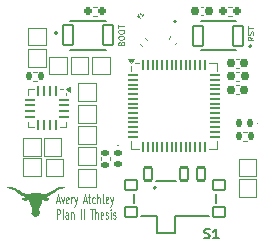
<source format=gto>
%TF.GenerationSoftware,KiCad,Pcbnew,8.0.3*%
%TF.CreationDate,2025-03-09T13:34:34-05:00*%
%TF.ProjectId,HearingAid_RightV3,48656172-696e-4674-9169-645f52696768,rev?*%
%TF.SameCoordinates,Original*%
%TF.FileFunction,Legend,Top*%
%TF.FilePolarity,Positive*%
%FSLAX46Y46*%
G04 Gerber Fmt 4.6, Leading zero omitted, Abs format (unit mm)*
G04 Created by KiCad (PCBNEW 8.0.3) date 2025-03-09 13:34:34*
%MOMM*%
%LPD*%
G01*
G04 APERTURE LIST*
G04 Aperture macros list*
%AMRoundRect*
0 Rectangle with rounded corners*
0 $1 Rounding radius*
0 $2 $3 $4 $5 $6 $7 $8 $9 X,Y pos of 4 corners*
0 Add a 4 corners polygon primitive as box body*
4,1,4,$2,$3,$4,$5,$6,$7,$8,$9,$2,$3,0*
0 Add four circle primitives for the rounded corners*
1,1,$1+$1,$2,$3*
1,1,$1+$1,$4,$5*
1,1,$1+$1,$6,$7*
1,1,$1+$1,$8,$9*
0 Add four rect primitives between the rounded corners*
20,1,$1+$1,$2,$3,$4,$5,0*
20,1,$1+$1,$4,$5,$6,$7,0*
20,1,$1+$1,$6,$7,$8,$9,0*
20,1,$1+$1,$8,$9,$2,$3,0*%
G04 Aperture macros list end*
%ADD10C,0.080000*%
%ADD11C,0.125000*%
%ADD12C,0.150000*%
%ADD13C,0.100000*%
%ADD14C,0.120000*%
%ADD15C,0.127000*%
%ADD16C,0.200000*%
%ADD17C,0.000000*%
%ADD18R,1.000000X1.000000*%
%ADD19RoundRect,0.135000X-0.135000X-0.185000X0.135000X-0.185000X0.135000X0.185000X-0.135000X0.185000X0*%
%ADD20RoundRect,0.062500X-0.062500X0.350000X-0.062500X-0.350000X0.062500X-0.350000X0.062500X0.350000X0*%
%ADD21RoundRect,0.062500X-0.350000X0.062500X-0.350000X-0.062500X0.350000X-0.062500X0.350000X0.062500X0*%
%ADD22R,1.230000X1.230000*%
%ADD23RoundRect,0.102000X-0.400000X-0.850000X0.400000X-0.850000X0.400000X0.850000X-0.400000X0.850000X0*%
%ADD24RoundRect,0.155000X0.023164X0.262001X-0.256555X-0.057970X-0.023164X-0.262001X0.256555X0.057970X0*%
%ADD25RoundRect,0.160000X0.197500X0.160000X-0.197500X0.160000X-0.197500X-0.160000X0.197500X-0.160000X0*%
%ADD26RoundRect,0.147500X0.147500X0.172500X-0.147500X0.172500X-0.147500X-0.172500X0.147500X-0.172500X0*%
%ADD27RoundRect,0.102000X0.350000X0.550000X-0.350000X0.550000X-0.350000X-0.550000X0.350000X-0.550000X0*%
%ADD28RoundRect,0.102000X0.500000X0.400000X-0.500000X0.400000X-0.500000X-0.400000X0.500000X-0.400000X0*%
%ADD29RoundRect,0.155000X0.212500X0.155000X-0.212500X0.155000X-0.212500X-0.155000X0.212500X-0.155000X0*%
%ADD30RoundRect,0.050000X-0.350000X-0.050000X0.350000X-0.050000X0.350000X0.050000X-0.350000X0.050000X0*%
%ADD31RoundRect,0.050000X-0.050000X-0.350000X0.050000X-0.350000X0.050000X0.350000X-0.050000X0.350000X0*%
%ADD32R,4.000000X4.000000*%
%ADD33RoundRect,0.155000X-0.212500X-0.155000X0.212500X-0.155000X0.212500X0.155000X-0.212500X0.155000X0*%
%ADD34RoundRect,0.102000X0.400000X0.850000X-0.400000X0.850000X-0.400000X-0.850000X0.400000X-0.850000X0*%
%ADD35RoundRect,0.135000X0.135000X0.185000X-0.135000X0.185000X-0.135000X-0.185000X0.135000X-0.185000X0*%
%ADD36RoundRect,0.160000X-0.197500X-0.160000X0.197500X-0.160000X0.197500X0.160000X-0.197500X0.160000X0*%
%ADD37RoundRect,0.147500X-0.172500X0.147500X-0.172500X-0.147500X0.172500X-0.147500X0.172500X0.147500X0*%
%ADD38RoundRect,0.135000X0.185000X-0.135000X0.185000X0.135000X-0.185000X0.135000X-0.185000X-0.135000X0*%
%ADD39RoundRect,0.102000X-0.061580X0.509247X-0.512280X-0.026355X0.061580X-0.509247X0.512280X0.026355X0*%
%ADD40RoundRect,0.155000X-0.262417X0.017855X0.063152X-0.255329X0.262417X-0.017855X-0.063152X0.255329X0*%
G04 APERTURE END LIST*
D10*
X108187438Y-78171317D02*
X108425533Y-78171317D01*
X108139819Y-78399889D02*
X108306485Y-77599889D01*
X108306485Y-77599889D02*
X108473152Y-78399889D01*
X108592199Y-77866555D02*
X108711247Y-78399889D01*
X108711247Y-78399889D02*
X108830294Y-77866555D01*
X109211246Y-78361794D02*
X109163627Y-78399889D01*
X109163627Y-78399889D02*
X109068389Y-78399889D01*
X109068389Y-78399889D02*
X109020770Y-78361794D01*
X109020770Y-78361794D02*
X108996961Y-78285603D01*
X108996961Y-78285603D02*
X108996961Y-77980841D01*
X108996961Y-77980841D02*
X109020770Y-77904651D01*
X109020770Y-77904651D02*
X109068389Y-77866555D01*
X109068389Y-77866555D02*
X109163627Y-77866555D01*
X109163627Y-77866555D02*
X109211246Y-77904651D01*
X109211246Y-77904651D02*
X109235056Y-77980841D01*
X109235056Y-77980841D02*
X109235056Y-78057032D01*
X109235056Y-78057032D02*
X108996961Y-78133222D01*
X109449341Y-78399889D02*
X109449341Y-77866555D01*
X109449341Y-78018936D02*
X109473151Y-77942746D01*
X109473151Y-77942746D02*
X109496960Y-77904651D01*
X109496960Y-77904651D02*
X109544579Y-77866555D01*
X109544579Y-77866555D02*
X109592198Y-77866555D01*
X109711246Y-77866555D02*
X109830294Y-78399889D01*
X109949341Y-77866555D02*
X109830294Y-78399889D01*
X109830294Y-78399889D02*
X109782675Y-78590365D01*
X109782675Y-78590365D02*
X109758865Y-78628460D01*
X109758865Y-78628460D02*
X109711246Y-78666555D01*
X110496960Y-78171317D02*
X110735055Y-78171317D01*
X110449341Y-78399889D02*
X110616007Y-77599889D01*
X110616007Y-77599889D02*
X110782674Y-78399889D01*
X110877912Y-77866555D02*
X111068388Y-77866555D01*
X110949340Y-77599889D02*
X110949340Y-78285603D01*
X110949340Y-78285603D02*
X110973150Y-78361794D01*
X110973150Y-78361794D02*
X111020769Y-78399889D01*
X111020769Y-78399889D02*
X111068388Y-78399889D01*
X111449340Y-78361794D02*
X111401721Y-78399889D01*
X111401721Y-78399889D02*
X111306483Y-78399889D01*
X111306483Y-78399889D02*
X111258864Y-78361794D01*
X111258864Y-78361794D02*
X111235054Y-78323698D01*
X111235054Y-78323698D02*
X111211245Y-78247508D01*
X111211245Y-78247508D02*
X111211245Y-78018936D01*
X111211245Y-78018936D02*
X111235054Y-77942746D01*
X111235054Y-77942746D02*
X111258864Y-77904651D01*
X111258864Y-77904651D02*
X111306483Y-77866555D01*
X111306483Y-77866555D02*
X111401721Y-77866555D01*
X111401721Y-77866555D02*
X111449340Y-77904651D01*
X111663625Y-78399889D02*
X111663625Y-77599889D01*
X111877911Y-78399889D02*
X111877911Y-77980841D01*
X111877911Y-77980841D02*
X111854101Y-77904651D01*
X111854101Y-77904651D02*
X111806482Y-77866555D01*
X111806482Y-77866555D02*
X111735054Y-77866555D01*
X111735054Y-77866555D02*
X111687435Y-77904651D01*
X111687435Y-77904651D02*
X111663625Y-77942746D01*
X112187435Y-78399889D02*
X112139816Y-78361794D01*
X112139816Y-78361794D02*
X112116006Y-78285603D01*
X112116006Y-78285603D02*
X112116006Y-77599889D01*
X112568387Y-78361794D02*
X112520768Y-78399889D01*
X112520768Y-78399889D02*
X112425530Y-78399889D01*
X112425530Y-78399889D02*
X112377911Y-78361794D01*
X112377911Y-78361794D02*
X112354102Y-78285603D01*
X112354102Y-78285603D02*
X112354102Y-77980841D01*
X112354102Y-77980841D02*
X112377911Y-77904651D01*
X112377911Y-77904651D02*
X112425530Y-77866555D01*
X112425530Y-77866555D02*
X112520768Y-77866555D01*
X112520768Y-77866555D02*
X112568387Y-77904651D01*
X112568387Y-77904651D02*
X112592197Y-77980841D01*
X112592197Y-77980841D02*
X112592197Y-78057032D01*
X112592197Y-78057032D02*
X112354102Y-78133222D01*
X112758863Y-77866555D02*
X112877911Y-78399889D01*
X112996958Y-77866555D02*
X112877911Y-78399889D01*
X112877911Y-78399889D02*
X112830292Y-78590365D01*
X112830292Y-78590365D02*
X112806482Y-78628460D01*
X112806482Y-78628460D02*
X112758863Y-78666555D01*
X108211247Y-79687844D02*
X108211247Y-78887844D01*
X108211247Y-78887844D02*
X108401723Y-78887844D01*
X108401723Y-78887844D02*
X108449342Y-78925939D01*
X108449342Y-78925939D02*
X108473152Y-78964034D01*
X108473152Y-78964034D02*
X108496961Y-79040225D01*
X108496961Y-79040225D02*
X108496961Y-79154510D01*
X108496961Y-79154510D02*
X108473152Y-79230701D01*
X108473152Y-79230701D02*
X108449342Y-79268796D01*
X108449342Y-79268796D02*
X108401723Y-79306891D01*
X108401723Y-79306891D02*
X108211247Y-79306891D01*
X108782676Y-79687844D02*
X108735057Y-79649749D01*
X108735057Y-79649749D02*
X108711247Y-79573558D01*
X108711247Y-79573558D02*
X108711247Y-78887844D01*
X109187438Y-79687844D02*
X109187438Y-79268796D01*
X109187438Y-79268796D02*
X109163628Y-79192606D01*
X109163628Y-79192606D02*
X109116009Y-79154510D01*
X109116009Y-79154510D02*
X109020771Y-79154510D01*
X109020771Y-79154510D02*
X108973152Y-79192606D01*
X109187438Y-79649749D02*
X109139819Y-79687844D01*
X109139819Y-79687844D02*
X109020771Y-79687844D01*
X109020771Y-79687844D02*
X108973152Y-79649749D01*
X108973152Y-79649749D02*
X108949343Y-79573558D01*
X108949343Y-79573558D02*
X108949343Y-79497368D01*
X108949343Y-79497368D02*
X108973152Y-79421177D01*
X108973152Y-79421177D02*
X109020771Y-79383082D01*
X109020771Y-79383082D02*
X109139819Y-79383082D01*
X109139819Y-79383082D02*
X109187438Y-79344987D01*
X109425533Y-79154510D02*
X109425533Y-79687844D01*
X109425533Y-79230701D02*
X109449343Y-79192606D01*
X109449343Y-79192606D02*
X109496962Y-79154510D01*
X109496962Y-79154510D02*
X109568390Y-79154510D01*
X109568390Y-79154510D02*
X109616009Y-79192606D01*
X109616009Y-79192606D02*
X109639819Y-79268796D01*
X109639819Y-79268796D02*
X109639819Y-79687844D01*
X110258866Y-79687844D02*
X110258866Y-78887844D01*
X110496961Y-79687844D02*
X110496961Y-78887844D01*
X111044580Y-78887844D02*
X111330294Y-78887844D01*
X111187437Y-79687844D02*
X111187437Y-78887844D01*
X111496960Y-79687844D02*
X111496960Y-78887844D01*
X111711246Y-79687844D02*
X111711246Y-79268796D01*
X111711246Y-79268796D02*
X111687436Y-79192606D01*
X111687436Y-79192606D02*
X111639817Y-79154510D01*
X111639817Y-79154510D02*
X111568389Y-79154510D01*
X111568389Y-79154510D02*
X111520770Y-79192606D01*
X111520770Y-79192606D02*
X111496960Y-79230701D01*
X112139817Y-79649749D02*
X112092198Y-79687844D01*
X112092198Y-79687844D02*
X111996960Y-79687844D01*
X111996960Y-79687844D02*
X111949341Y-79649749D01*
X111949341Y-79649749D02*
X111925532Y-79573558D01*
X111925532Y-79573558D02*
X111925532Y-79268796D01*
X111925532Y-79268796D02*
X111949341Y-79192606D01*
X111949341Y-79192606D02*
X111996960Y-79154510D01*
X111996960Y-79154510D02*
X112092198Y-79154510D01*
X112092198Y-79154510D02*
X112139817Y-79192606D01*
X112139817Y-79192606D02*
X112163627Y-79268796D01*
X112163627Y-79268796D02*
X112163627Y-79344987D01*
X112163627Y-79344987D02*
X111925532Y-79421177D01*
X112354103Y-79649749D02*
X112401722Y-79687844D01*
X112401722Y-79687844D02*
X112496960Y-79687844D01*
X112496960Y-79687844D02*
X112544579Y-79649749D01*
X112544579Y-79649749D02*
X112568388Y-79573558D01*
X112568388Y-79573558D02*
X112568388Y-79535463D01*
X112568388Y-79535463D02*
X112544579Y-79459272D01*
X112544579Y-79459272D02*
X112496960Y-79421177D01*
X112496960Y-79421177D02*
X112425531Y-79421177D01*
X112425531Y-79421177D02*
X112377912Y-79383082D01*
X112377912Y-79383082D02*
X112354103Y-79306891D01*
X112354103Y-79306891D02*
X112354103Y-79268796D01*
X112354103Y-79268796D02*
X112377912Y-79192606D01*
X112377912Y-79192606D02*
X112425531Y-79154510D01*
X112425531Y-79154510D02*
X112496960Y-79154510D01*
X112496960Y-79154510D02*
X112544579Y-79192606D01*
X112782674Y-79687844D02*
X112782674Y-79154510D01*
X112782674Y-78887844D02*
X112758865Y-78925939D01*
X112758865Y-78925939D02*
X112782674Y-78964034D01*
X112782674Y-78964034D02*
X112806484Y-78925939D01*
X112806484Y-78925939D02*
X112782674Y-78887844D01*
X112782674Y-78887844D02*
X112782674Y-78964034D01*
X112996960Y-79649749D02*
X113044579Y-79687844D01*
X113044579Y-79687844D02*
X113139817Y-79687844D01*
X113139817Y-79687844D02*
X113187436Y-79649749D01*
X113187436Y-79649749D02*
X113211245Y-79573558D01*
X113211245Y-79573558D02*
X113211245Y-79535463D01*
X113211245Y-79535463D02*
X113187436Y-79459272D01*
X113187436Y-79459272D02*
X113139817Y-79421177D01*
X113139817Y-79421177D02*
X113068388Y-79421177D01*
X113068388Y-79421177D02*
X113020769Y-79383082D01*
X113020769Y-79383082D02*
X112996960Y-79306891D01*
X112996960Y-79306891D02*
X112996960Y-79268796D01*
X112996960Y-79268796D02*
X113020769Y-79192606D01*
X113020769Y-79192606D02*
X113068388Y-79154510D01*
X113068388Y-79154510D02*
X113139817Y-79154510D01*
X113139817Y-79154510D02*
X113187436Y-79192606D01*
D11*
X113670404Y-64858571D02*
X113694214Y-64787143D01*
X113694214Y-64787143D02*
X113718023Y-64763333D01*
X113718023Y-64763333D02*
X113765642Y-64739524D01*
X113765642Y-64739524D02*
X113837071Y-64739524D01*
X113837071Y-64739524D02*
X113884690Y-64763333D01*
X113884690Y-64763333D02*
X113908500Y-64787143D01*
X113908500Y-64787143D02*
X113932309Y-64834762D01*
X113932309Y-64834762D02*
X113932309Y-65025238D01*
X113932309Y-65025238D02*
X113432309Y-65025238D01*
X113432309Y-65025238D02*
X113432309Y-64858571D01*
X113432309Y-64858571D02*
X113456119Y-64810952D01*
X113456119Y-64810952D02*
X113479928Y-64787143D01*
X113479928Y-64787143D02*
X113527547Y-64763333D01*
X113527547Y-64763333D02*
X113575166Y-64763333D01*
X113575166Y-64763333D02*
X113622785Y-64787143D01*
X113622785Y-64787143D02*
X113646595Y-64810952D01*
X113646595Y-64810952D02*
X113670404Y-64858571D01*
X113670404Y-64858571D02*
X113670404Y-65025238D01*
X113432309Y-64430000D02*
X113432309Y-64334762D01*
X113432309Y-64334762D02*
X113456119Y-64287143D01*
X113456119Y-64287143D02*
X113503738Y-64239524D01*
X113503738Y-64239524D02*
X113598976Y-64215714D01*
X113598976Y-64215714D02*
X113765642Y-64215714D01*
X113765642Y-64215714D02*
X113860880Y-64239524D01*
X113860880Y-64239524D02*
X113908500Y-64287143D01*
X113908500Y-64287143D02*
X113932309Y-64334762D01*
X113932309Y-64334762D02*
X113932309Y-64430000D01*
X113932309Y-64430000D02*
X113908500Y-64477619D01*
X113908500Y-64477619D02*
X113860880Y-64525238D01*
X113860880Y-64525238D02*
X113765642Y-64549047D01*
X113765642Y-64549047D02*
X113598976Y-64549047D01*
X113598976Y-64549047D02*
X113503738Y-64525238D01*
X113503738Y-64525238D02*
X113456119Y-64477619D01*
X113456119Y-64477619D02*
X113432309Y-64430000D01*
X113432309Y-63906190D02*
X113432309Y-63810952D01*
X113432309Y-63810952D02*
X113456119Y-63763333D01*
X113456119Y-63763333D02*
X113503738Y-63715714D01*
X113503738Y-63715714D02*
X113598976Y-63691904D01*
X113598976Y-63691904D02*
X113765642Y-63691904D01*
X113765642Y-63691904D02*
X113860880Y-63715714D01*
X113860880Y-63715714D02*
X113908500Y-63763333D01*
X113908500Y-63763333D02*
X113932309Y-63810952D01*
X113932309Y-63810952D02*
X113932309Y-63906190D01*
X113932309Y-63906190D02*
X113908500Y-63953809D01*
X113908500Y-63953809D02*
X113860880Y-64001428D01*
X113860880Y-64001428D02*
X113765642Y-64025237D01*
X113765642Y-64025237D02*
X113598976Y-64025237D01*
X113598976Y-64025237D02*
X113503738Y-64001428D01*
X113503738Y-64001428D02*
X113456119Y-63953809D01*
X113456119Y-63953809D02*
X113432309Y-63906190D01*
X113432309Y-63549046D02*
X113432309Y-63263332D01*
X113932309Y-63406189D02*
X113432309Y-63406189D01*
D12*
X120710475Y-81317200D02*
X120824761Y-81355295D01*
X120824761Y-81355295D02*
X121015237Y-81355295D01*
X121015237Y-81355295D02*
X121091428Y-81317200D01*
X121091428Y-81317200D02*
X121129523Y-81279104D01*
X121129523Y-81279104D02*
X121167618Y-81202914D01*
X121167618Y-81202914D02*
X121167618Y-81126723D01*
X121167618Y-81126723D02*
X121129523Y-81050533D01*
X121129523Y-81050533D02*
X121091428Y-81012438D01*
X121091428Y-81012438D02*
X121015237Y-80974342D01*
X121015237Y-80974342D02*
X120862856Y-80936247D01*
X120862856Y-80936247D02*
X120786666Y-80898152D01*
X120786666Y-80898152D02*
X120748571Y-80860057D01*
X120748571Y-80860057D02*
X120710475Y-80783866D01*
X120710475Y-80783866D02*
X120710475Y-80707676D01*
X120710475Y-80707676D02*
X120748571Y-80631485D01*
X120748571Y-80631485D02*
X120786666Y-80593390D01*
X120786666Y-80593390D02*
X120862856Y-80555295D01*
X120862856Y-80555295D02*
X121053333Y-80555295D01*
X121053333Y-80555295D02*
X121167618Y-80593390D01*
X121929523Y-81355295D02*
X121472380Y-81355295D01*
X121700952Y-81355295D02*
X121700952Y-80555295D01*
X121700952Y-80555295D02*
X121624761Y-80669580D01*
X121624761Y-80669580D02*
X121548571Y-80745771D01*
X121548571Y-80745771D02*
X121472380Y-80783866D01*
D11*
X124872309Y-64323809D02*
X124634214Y-64490475D01*
X124872309Y-64609523D02*
X124372309Y-64609523D01*
X124372309Y-64609523D02*
X124372309Y-64419047D01*
X124372309Y-64419047D02*
X124396119Y-64371428D01*
X124396119Y-64371428D02*
X124419928Y-64347618D01*
X124419928Y-64347618D02*
X124467547Y-64323809D01*
X124467547Y-64323809D02*
X124538976Y-64323809D01*
X124538976Y-64323809D02*
X124586595Y-64347618D01*
X124586595Y-64347618D02*
X124610404Y-64371428D01*
X124610404Y-64371428D02*
X124634214Y-64419047D01*
X124634214Y-64419047D02*
X124634214Y-64609523D01*
X124848500Y-64133332D02*
X124872309Y-64061904D01*
X124872309Y-64061904D02*
X124872309Y-63942856D01*
X124872309Y-63942856D02*
X124848500Y-63895237D01*
X124848500Y-63895237D02*
X124824690Y-63871428D01*
X124824690Y-63871428D02*
X124777071Y-63847618D01*
X124777071Y-63847618D02*
X124729452Y-63847618D01*
X124729452Y-63847618D02*
X124681833Y-63871428D01*
X124681833Y-63871428D02*
X124658023Y-63895237D01*
X124658023Y-63895237D02*
X124634214Y-63942856D01*
X124634214Y-63942856D02*
X124610404Y-64038094D01*
X124610404Y-64038094D02*
X124586595Y-64085713D01*
X124586595Y-64085713D02*
X124562785Y-64109523D01*
X124562785Y-64109523D02*
X124515166Y-64133332D01*
X124515166Y-64133332D02*
X124467547Y-64133332D01*
X124467547Y-64133332D02*
X124419928Y-64109523D01*
X124419928Y-64109523D02*
X124396119Y-64085713D01*
X124396119Y-64085713D02*
X124372309Y-64038094D01*
X124372309Y-64038094D02*
X124372309Y-63919047D01*
X124372309Y-63919047D02*
X124396119Y-63847618D01*
X124372309Y-63704761D02*
X124372309Y-63419047D01*
X124872309Y-63561904D02*
X124372309Y-63561904D01*
D10*
X115169238Y-62595976D02*
X115285832Y-62694087D01*
X114972307Y-62569669D02*
X115169238Y-62595976D01*
X115169238Y-62595976D02*
X115109663Y-62406438D01*
X115531111Y-62402603D02*
X115413377Y-62542515D01*
X115472244Y-62472559D02*
X115227397Y-62266525D01*
X115227397Y-62266525D02*
X115242753Y-62319277D01*
X115242753Y-62319277D02*
X115246449Y-62362218D01*
X115246449Y-62362218D02*
X115238486Y-62395348D01*
%TO.C,TP23*%
D13*
X123630000Y-74610000D02*
X125130000Y-74610000D01*
X125130000Y-76110000D01*
X123630000Y-76110000D01*
X123630000Y-74610000D01*
%TO.C,TP24*%
X105380000Y-74600000D02*
X106880000Y-74600000D01*
X106880000Y-76100000D01*
X105380000Y-76100000D01*
X105380000Y-74600000D01*
D14*
%TO.C,R11*%
X123986359Y-72350000D02*
X124293641Y-72350000D01*
X123986359Y-73110000D02*
X124293641Y-73110000D01*
%TO.C,TP16*%
D13*
X109390000Y-65980000D02*
X110890000Y-65980000D01*
X110890000Y-67480000D01*
X109390000Y-67480000D01*
X109390000Y-65980000D01*
D14*
%TO.C,U5*%
X105782500Y-68750000D02*
X106257500Y-68750000D01*
X105782500Y-69225000D02*
X105782500Y-68750000D01*
X105782500Y-71495000D02*
X105782500Y-71970000D01*
X105782500Y-71970000D02*
X106257500Y-71970000D01*
X108527500Y-68750000D02*
X108762500Y-68750000D01*
X109002500Y-69225000D02*
X109002500Y-69050000D01*
X109002500Y-71495000D02*
X109002500Y-71970000D01*
X109002500Y-71970000D02*
X108527500Y-71970000D01*
X109332500Y-68990000D02*
X109002500Y-68750000D01*
X109332500Y-68510000D01*
X109332500Y-68990000D01*
G36*
X109332500Y-68990000D02*
G01*
X109002500Y-68750000D01*
X109332500Y-68510000D01*
X109332500Y-68990000D01*
G37*
D15*
%TO.C,SW2*%
X109350000Y-62930000D02*
X112350000Y-62930000D01*
X109350000Y-65430000D02*
X112350000Y-65430000D01*
D16*
X108250000Y-63980000D02*
G75*
G02*
X108050000Y-63980000I-100000J0D01*
G01*
X108050000Y-63980000D02*
G75*
G02*
X108250000Y-63980000I100000J0D01*
G01*
D14*
%TO.C,C7*%
X117848714Y-64268593D02*
X117696237Y-64443014D01*
X118390783Y-64742472D02*
X118238306Y-64916893D01*
%TO.C,TP22*%
D13*
X123620000Y-76320000D02*
X125120000Y-76320000D01*
X125120000Y-77820000D01*
X123620000Y-77820000D01*
X123620000Y-76320000D01*
D14*
%TO.C,R14*%
X123030121Y-61760000D02*
X122694879Y-61760000D01*
X123030121Y-62520000D02*
X122694879Y-62520000D01*
%TO.C,TP20*%
D13*
X107280000Y-74620000D02*
X108780000Y-74620000D01*
X108780000Y-76120000D01*
X107280000Y-76120000D01*
X107280000Y-74620000D01*
%TO.C,D3*%
X125265000Y-71620000D02*
G75*
G02*
X125165000Y-71620000I-50000J0D01*
G01*
X125165000Y-71620000D02*
G75*
G02*
X125265000Y-71620000I50000J0D01*
G01*
D16*
%TO.C,S1*%
X114770000Y-77585000D02*
X114770000Y-78385000D01*
X116730000Y-79435000D02*
X115320000Y-79435000D01*
X116730000Y-80935000D02*
X116730000Y-79435000D01*
X118230000Y-79435000D02*
X118230000Y-80935000D01*
X118230000Y-80935000D02*
X116730000Y-80935000D01*
X118320000Y-76535000D02*
X116620000Y-76535000D01*
X121120000Y-79435000D02*
X118230000Y-79435000D01*
X121670000Y-78385000D02*
X121670000Y-77585000D01*
X116620000Y-77085000D02*
G75*
G02*
X116420000Y-77085000I-100000J0D01*
G01*
X116420000Y-77085000D02*
G75*
G02*
X116620000Y-77085000I100000J0D01*
G01*
%TO.C,TP21*%
D13*
X110060000Y-75500000D02*
X111560000Y-75500000D01*
X111560000Y-77000000D01*
X110060000Y-77000000D01*
X110060000Y-75500000D01*
%TO.C,TP15*%
X107590000Y-65970000D02*
X109090000Y-65970000D01*
X109090000Y-67470000D01*
X107590000Y-67470000D01*
X107590000Y-65970000D01*
%TO.C,TP7*%
X110040000Y-71850000D02*
X111540000Y-71850000D01*
X111540000Y-73350000D01*
X110040000Y-73350000D01*
X110040000Y-71850000D01*
%TO.C,TP3*%
X105370000Y-72850000D02*
X106870000Y-72850000D01*
X106870000Y-74350000D01*
X105370000Y-74350000D01*
X105370000Y-72850000D01*
D17*
%TO.C,G\u002A\u002A\u002A*%
G36*
X107816391Y-78030439D02*
G01*
X107808478Y-78038351D01*
X107800566Y-78030439D01*
X107808478Y-78022526D01*
X107816391Y-78030439D01*
G37*
G36*
X107863868Y-77998788D02*
G01*
X107855955Y-78006700D01*
X107848042Y-77998788D01*
X107855955Y-77990875D01*
X107863868Y-77998788D01*
G37*
G36*
X107863868Y-78030439D02*
G01*
X107855955Y-78038351D01*
X107848042Y-78030439D01*
X107855955Y-78022526D01*
X107863868Y-78030439D01*
G37*
G36*
X107895519Y-78014613D02*
G01*
X107887606Y-78022526D01*
X107879693Y-78014613D01*
X107887606Y-78006700D01*
X107895519Y-78014613D01*
G37*
G36*
X107763900Y-77956256D02*
G01*
X107765786Y-77980990D01*
X107762650Y-77986589D01*
X107755457Y-77981869D01*
X107754338Y-77965818D01*
X107758203Y-77948931D01*
X107763900Y-77956256D01*
G37*
G36*
X107842767Y-77885371D02*
G01*
X107840595Y-77894779D01*
X107832217Y-77895922D01*
X107819190Y-77890131D01*
X107821666Y-77885371D01*
X107840447Y-77883477D01*
X107842767Y-77885371D01*
G37*
G36*
X107795600Y-77906144D02*
G01*
X107792653Y-77911747D01*
X107777742Y-77926861D01*
X107774959Y-77927573D01*
X107773880Y-77917350D01*
X107776827Y-77911747D01*
X107791738Y-77896634D01*
X107794521Y-77895922D01*
X107795600Y-77906144D01*
G37*
G36*
X107889183Y-77917733D02*
G01*
X107906589Y-77948413D01*
X107906788Y-77969222D01*
X107900738Y-77988470D01*
X107898057Y-77977346D01*
X107897355Y-77966345D01*
X107888447Y-77930054D01*
X107879750Y-77914856D01*
X107876605Y-77908081D01*
X107889183Y-77917733D01*
G37*
G36*
X107863625Y-77935925D02*
G01*
X107852907Y-77957515D01*
X107832217Y-77979290D01*
X107809468Y-77996428D01*
X107801585Y-77989103D01*
X107800808Y-77963025D01*
X107803161Y-77935424D01*
X107811395Y-77936215D01*
X107816633Y-77943398D01*
X107831530Y-77959180D01*
X107845689Y-77946565D01*
X107847800Y-77943398D01*
X107860616Y-77930919D01*
X107863625Y-77935925D01*
G37*
G36*
X104248967Y-77006405D02*
G01*
X104349462Y-77018468D01*
X104454778Y-77039159D01*
X104561206Y-77068667D01*
X104575906Y-77073486D01*
X104638128Y-77094980D01*
X104694526Y-77116443D01*
X104749787Y-77140268D01*
X104808597Y-77168850D01*
X104875646Y-77204581D01*
X104955620Y-77249853D01*
X105053206Y-77307062D01*
X105170645Y-77377131D01*
X105262566Y-77431232D01*
X105351016Y-77481457D01*
X105430423Y-77524780D01*
X105495213Y-77558176D01*
X105539812Y-77578618D01*
X105546106Y-77580987D01*
X105640678Y-77603824D01*
X105745542Y-77612254D01*
X105849358Y-77606459D01*
X105940783Y-77586619D01*
X105972715Y-77574162D01*
X105998652Y-77562750D01*
X106023817Y-77554019D01*
X106052698Y-77547632D01*
X106089784Y-77543256D01*
X106139565Y-77540553D01*
X106206528Y-77539188D01*
X106295163Y-77538827D01*
X106409959Y-77539132D01*
X106439569Y-77539257D01*
X106562900Y-77540019D01*
X106658904Y-77541302D01*
X106731903Y-77543408D01*
X106786220Y-77546637D01*
X106826176Y-77551289D01*
X106856095Y-77557666D01*
X106880299Y-77566069D01*
X106890597Y-77570647D01*
X106952414Y-77590205D01*
X107033818Y-77603150D01*
X107123293Y-77608720D01*
X107209320Y-77606154D01*
X107275049Y-77596069D01*
X107314082Y-77584883D01*
X107356350Y-77569138D01*
X107405584Y-77546896D01*
X107465520Y-77516215D01*
X107539888Y-77475158D01*
X107632422Y-77421785D01*
X107746855Y-77354156D01*
X107788406Y-77329368D01*
X107953657Y-77234033D01*
X108099553Y-77157807D01*
X108230643Y-77099054D01*
X108351477Y-77056138D01*
X108466604Y-77027420D01*
X108580573Y-77011265D01*
X108686796Y-77006104D01*
X108783497Y-77007728D01*
X108852118Y-77015509D01*
X108895817Y-77030509D01*
X108917754Y-77053787D01*
X108921273Y-77084870D01*
X108916266Y-77128383D01*
X108742185Y-77138325D01*
X108645621Y-77146629D01*
X108557298Y-77161242D01*
X108472763Y-77184215D01*
X108387563Y-77217601D01*
X108297242Y-77263454D01*
X108197348Y-77323825D01*
X108083427Y-77400769D01*
X107951025Y-77496338D01*
X107927170Y-77513982D01*
X107791538Y-77612390D01*
X107675889Y-77691366D01*
X107576964Y-77752965D01*
X107491503Y-77799243D01*
X107432681Y-77825787D01*
X107390030Y-77845296D01*
X107362787Y-77861885D01*
X107357510Y-77868459D01*
X107370818Y-77886218D01*
X107404378Y-77908753D01*
X107448441Y-77930749D01*
X107493259Y-77946893D01*
X107507487Y-77950209D01*
X107552493Y-77966248D01*
X107586174Y-77990050D01*
X107606179Y-78026862D01*
X107597274Y-78062718D01*
X107558580Y-78099007D01*
X107494418Y-78134676D01*
X107394110Y-78170758D01*
X107298321Y-78179423D01*
X107198697Y-78160820D01*
X107143805Y-78140915D01*
X107078553Y-78115095D01*
X107036262Y-78104402D01*
X107010750Y-78111609D01*
X106995835Y-78139493D01*
X106985338Y-78190828D01*
X106981746Y-78213671D01*
X106965001Y-78288500D01*
X106935204Y-78375967D01*
X106890311Y-78481767D01*
X106869691Y-78526225D01*
X106833506Y-78604046D01*
X106800998Y-78676185D01*
X106775286Y-78735563D01*
X106759488Y-78775103D01*
X106757614Y-78780557D01*
X106741772Y-78873203D01*
X106747089Y-78981882D01*
X106773027Y-79098780D01*
X106789713Y-79156674D01*
X106796812Y-79194357D01*
X106794821Y-79221623D01*
X106784236Y-79248263D01*
X106780939Y-79254750D01*
X106763466Y-79298498D01*
X106756081Y-79336768D01*
X106756080Y-79337122D01*
X106742113Y-79379279D01*
X106705138Y-79424030D01*
X106652540Y-79465146D01*
X106591708Y-79496395D01*
X106553525Y-79507990D01*
X106475760Y-79521425D01*
X106411505Y-79523043D01*
X106344789Y-79512547D01*
X106308277Y-79503407D01*
X106232193Y-79472486D01*
X106174493Y-79423196D01*
X106130659Y-79350744D01*
X106108113Y-79290995D01*
X106074359Y-79185704D01*
X106106621Y-79092229D01*
X106131229Y-78990925D01*
X106137933Y-78888379D01*
X106126158Y-78796601D01*
X106121523Y-78780557D01*
X106108395Y-78746475D01*
X106084649Y-78690957D01*
X106053402Y-78621080D01*
X106017775Y-78543923D01*
X106009447Y-78526225D01*
X105959116Y-78413790D01*
X105924314Y-78321503D01*
X105902863Y-78243277D01*
X105897195Y-78212401D01*
X105888595Y-78157890D01*
X105879110Y-78124138D01*
X105862738Y-78108895D01*
X105833475Y-78109915D01*
X105785316Y-78124950D01*
X105723858Y-78147503D01*
X105660284Y-78166237D01*
X105595186Y-78178308D01*
X105561299Y-78180781D01*
X105504177Y-78173859D01*
X105439608Y-78155587D01*
X105376053Y-78129711D01*
X105321972Y-78099975D01*
X105285827Y-78070124D01*
X105276578Y-78054767D01*
X105278320Y-78013924D01*
X105306271Y-77978397D01*
X105354997Y-77954162D01*
X105371650Y-77950209D01*
X105416158Y-77936875D01*
X105462224Y-77915661D01*
X105500213Y-77891947D01*
X105520493Y-77871110D01*
X105521687Y-77866433D01*
X105508038Y-77854034D01*
X105472418Y-77835610D01*
X105427266Y-77816993D01*
X105359299Y-77785478D01*
X105270583Y-77734511D01*
X105163851Y-77665863D01*
X105041833Y-77581305D01*
X104907263Y-77482609D01*
X104880752Y-77462595D01*
X104744428Y-77363455D01*
X104623734Y-77285760D01*
X104513377Y-77227204D01*
X104408064Y-77185481D01*
X104302504Y-77158285D01*
X104191405Y-77143311D01*
X104140365Y-77140044D01*
X104061980Y-77135604D01*
X104009587Y-77130157D01*
X103977527Y-77122624D01*
X103960141Y-77111931D01*
X103955028Y-77104775D01*
X103948678Y-77068989D01*
X103969411Y-77040709D01*
X104013517Y-77020124D01*
X104077285Y-77007421D01*
X104157005Y-77002786D01*
X104248967Y-77006405D01*
G37*
%TO.C,TP18*%
D13*
X105790000Y-65370000D02*
X107290000Y-65370000D01*
X107290000Y-66870000D01*
X105790000Y-66870000D01*
X105790000Y-65370000D01*
D14*
%TO.C,C5*%
X120633335Y-61770000D02*
X120401665Y-61770000D01*
X120633335Y-62490000D02*
X120401665Y-62490000D01*
%TO.C,U8*%
X114530000Y-67190000D02*
X114530000Y-66780000D01*
X114530000Y-73760000D02*
X114530000Y-73110000D01*
X115180000Y-66540000D02*
X114830000Y-66540000D01*
X115180000Y-73760000D02*
X114530000Y-73760000D01*
X121100000Y-66540000D02*
X121750000Y-66540000D01*
X121100000Y-73760000D02*
X121750000Y-73760000D01*
X121750000Y-66540000D02*
X121750000Y-67190000D01*
X121750000Y-73760000D02*
X121750000Y-73110000D01*
X114530000Y-66540000D02*
X114290000Y-66210000D01*
X114770000Y-66210000D01*
X114530000Y-66540000D01*
G36*
X114530000Y-66540000D02*
G01*
X114290000Y-66210000D01*
X114770000Y-66210000D01*
X114530000Y-66540000D01*
G37*
%TO.C,TP13*%
D13*
X110030000Y-73630000D02*
X111530000Y-73630000D01*
X111530000Y-75130000D01*
X110030000Y-75130000D01*
X110030000Y-73630000D01*
%TO.C,TP6*%
X105790000Y-63530000D02*
X107290000Y-63530000D01*
X107290000Y-65030000D01*
X105790000Y-65030000D01*
X105790000Y-63530000D01*
%TO.C,TP17*%
X111210000Y-65980000D02*
X112710000Y-65980000D01*
X112710000Y-67480000D01*
X111210000Y-67480000D01*
X111210000Y-65980000D01*
D14*
%TO.C,C8*%
X123424165Y-68400000D02*
X123655835Y-68400000D01*
X123424165Y-69120000D02*
X123655835Y-69120000D01*
%TO.C,TP8*%
D13*
X110050000Y-70070000D02*
X111550000Y-70070000D01*
X111550000Y-71570000D01*
X110050000Y-71570000D01*
X110050000Y-70070000D01*
D15*
%TO.C,RST*%
X123397500Y-62950000D02*
X120397500Y-62950000D01*
X123397500Y-65450000D02*
X120397500Y-65450000D01*
D16*
X124697500Y-65100000D02*
G75*
G02*
X124497500Y-65100000I-100000J0D01*
G01*
X124497500Y-65100000D02*
G75*
G02*
X124697500Y-65100000I100000J0D01*
G01*
%TO.C,TP4*%
D13*
X107110000Y-72850000D02*
X108610000Y-72850000D01*
X108610000Y-74350000D01*
X107110000Y-74350000D01*
X107110000Y-72850000D01*
%TO.C,TP9*%
X110060000Y-68240000D02*
X111560000Y-68240000D01*
X111560000Y-69740000D01*
X110060000Y-69740000D01*
X110060000Y-68240000D01*
D14*
%TO.C,R13*%
X106523641Y-67250000D02*
X106216359Y-67250000D01*
X106523641Y-68010000D02*
X106216359Y-68010000D01*
%TO.C,C3*%
X123424165Y-66180000D02*
X123655835Y-66180000D01*
X123424165Y-66900000D02*
X123655835Y-66900000D01*
%TO.C,C4*%
X123434165Y-67290000D02*
X123665835Y-67290000D01*
X123434165Y-68010000D02*
X123665835Y-68010000D01*
%TO.C,R15*%
X111304879Y-61740000D02*
X111640121Y-61740000D01*
X111304879Y-62500000D02*
X111640121Y-62500000D01*
D13*
%TO.C,D4*%
X113450000Y-73520000D02*
G75*
G02*
X113350000Y-73520000I-50000J0D01*
G01*
X113350000Y-73520000D02*
G75*
G02*
X113450000Y-73520000I50000J0D01*
G01*
D14*
%TO.C,R12*%
X111930000Y-74763641D02*
X111930000Y-74456359D01*
X112690000Y-74763641D02*
X112690000Y-74456359D01*
D16*
%TO.C,Y1*%
X118309805Y-63003733D02*
G75*
G02*
X118109805Y-63003733I-100000J0D01*
G01*
X118109805Y-63003733D02*
G75*
G02*
X118309805Y-63003733I100000J0D01*
G01*
D14*
%TO.C,C6*%
X115249861Y-64931318D02*
X115427331Y-65080234D01*
X115712669Y-64379766D02*
X115890139Y-64528682D01*
%TD*%
%LPC*%
D18*
%TO.C,TP23*%
X124380000Y-75360000D03*
%TD*%
%TO.C,TP24*%
X106130000Y-75350000D03*
%TD*%
D19*
%TO.C,R11*%
X123630000Y-72730000D03*
X124650000Y-72730000D03*
%TD*%
D18*
%TO.C,TP16*%
X110140000Y-66730000D03*
%TD*%
D20*
%TO.C,U5*%
X108142500Y-68922500D03*
X107642500Y-68922500D03*
X107142500Y-68922500D03*
X106642500Y-68922500D03*
D21*
X105955000Y-69610000D03*
X105955000Y-70110000D03*
X105955000Y-70610000D03*
X105955000Y-71110000D03*
D20*
X106642500Y-71797500D03*
X107142500Y-71797500D03*
X107642500Y-71797500D03*
X108142500Y-71797500D03*
D21*
X108830000Y-71110000D03*
X108830000Y-70610000D03*
X108830000Y-70110000D03*
X108830000Y-69610000D03*
D22*
X107392500Y-70360000D03*
%TD*%
D23*
%TO.C,SW2*%
X109150000Y-64180000D03*
X112550000Y-64180000D03*
%TD*%
D24*
%TO.C,C7*%
X118417020Y-64165486D03*
X117670000Y-65020000D03*
%TD*%
D18*
%TO.C,TP22*%
X124370000Y-77070000D03*
%TD*%
D25*
%TO.C,R14*%
X123460000Y-62140000D03*
X122265000Y-62140000D03*
%TD*%
D18*
%TO.C,TP20*%
X108030000Y-75370000D03*
%TD*%
D26*
%TO.C,D3*%
X124610000Y-71620000D03*
X123640000Y-71620000D03*
%TD*%
D27*
%TO.C,S1*%
X115970000Y-75935000D03*
X118970000Y-75935000D03*
X120470000Y-75935000D03*
D28*
X121970000Y-79135000D03*
X114470000Y-79135000D03*
X114470000Y-76835000D03*
X121970000Y-76835000D03*
%TD*%
D18*
%TO.C,TP21*%
X110810000Y-76250000D03*
%TD*%
%TO.C,TP15*%
X108340000Y-66720000D03*
%TD*%
%TO.C,TP7*%
X110790000Y-72600000D03*
%TD*%
%TO.C,TP3*%
X106120000Y-73600000D03*
%TD*%
%TO.C,TP18*%
X106540000Y-66120000D03*
%TD*%
D29*
%TO.C,C5*%
X121085000Y-62130000D03*
X119950000Y-62130000D03*
%TD*%
D30*
%TO.C,U8*%
X114690000Y-67550000D03*
X114690000Y-67950000D03*
X114690000Y-68350000D03*
X114690000Y-68750000D03*
X114690000Y-69150000D03*
X114690000Y-69550000D03*
X114690000Y-69950000D03*
X114690000Y-70350000D03*
X114690000Y-70750000D03*
X114690000Y-71150000D03*
X114690000Y-71550000D03*
X114690000Y-71950000D03*
X114690000Y-72350000D03*
X114690000Y-72750000D03*
D31*
X115540000Y-73600000D03*
X115940000Y-73600000D03*
X116340000Y-73600000D03*
X116740000Y-73600000D03*
X117140000Y-73600000D03*
X117540000Y-73600000D03*
X117940000Y-73600000D03*
X118340000Y-73600000D03*
X118740000Y-73600000D03*
X119140000Y-73600000D03*
X119540000Y-73600000D03*
X119940000Y-73600000D03*
X120340000Y-73600000D03*
X120740000Y-73600000D03*
D30*
X121590000Y-72750000D03*
X121590000Y-72350000D03*
X121590000Y-71950000D03*
X121590000Y-71550000D03*
X121590000Y-71150000D03*
X121590000Y-70750000D03*
X121590000Y-70350000D03*
X121590000Y-69950000D03*
X121590000Y-69550000D03*
X121590000Y-69150000D03*
X121590000Y-68750000D03*
X121590000Y-68350000D03*
X121590000Y-67950000D03*
X121590000Y-67550000D03*
D31*
X120740000Y-66700000D03*
X120340000Y-66700000D03*
X119940000Y-66700000D03*
X119540000Y-66700000D03*
X119140000Y-66700000D03*
X118740000Y-66700000D03*
X118340000Y-66700000D03*
X117940000Y-66700000D03*
X117540000Y-66700000D03*
X117140000Y-66700000D03*
X116740000Y-66700000D03*
X116340000Y-66700000D03*
X115940000Y-66700000D03*
X115540000Y-66700000D03*
D32*
X118140000Y-70150000D03*
%TD*%
D18*
%TO.C,TP13*%
X110780000Y-74380000D03*
%TD*%
%TO.C,TP6*%
X106540000Y-64280000D03*
%TD*%
%TO.C,TP17*%
X111960000Y-66730000D03*
%TD*%
D33*
%TO.C,C8*%
X122972500Y-68760000D03*
X124107500Y-68760000D03*
%TD*%
D18*
%TO.C,TP8*%
X110800000Y-70820000D03*
%TD*%
D34*
%TO.C,RST*%
X123597500Y-64200000D03*
X120197500Y-64200000D03*
%TD*%
D18*
%TO.C,TP4*%
X107860000Y-73600000D03*
%TD*%
%TO.C,TP9*%
X110810000Y-68990000D03*
%TD*%
D35*
%TO.C,R13*%
X106880000Y-67630000D03*
X105860000Y-67630000D03*
%TD*%
D33*
%TO.C,C3*%
X122972500Y-66540000D03*
X124107500Y-66540000D03*
%TD*%
%TO.C,C4*%
X122982500Y-67650000D03*
X124117500Y-67650000D03*
%TD*%
D36*
%TO.C,R15*%
X110875000Y-62120000D03*
X112070000Y-62120000D03*
%TD*%
D37*
%TO.C,D4*%
X113400000Y-74125000D03*
X113400000Y-75095000D03*
%TD*%
D38*
%TO.C,R12*%
X112310000Y-75120000D03*
X112310000Y-74100000D03*
%TD*%
D39*
%TO.C,Y1*%
X117413856Y-63444857D03*
X116380908Y-62575648D03*
X115737052Y-63340791D03*
X116770000Y-64210000D03*
%TD*%
D40*
%TO.C,C6*%
X115135270Y-64365218D03*
X116004730Y-65094782D03*
%TD*%
%LPD*%
M02*

</source>
